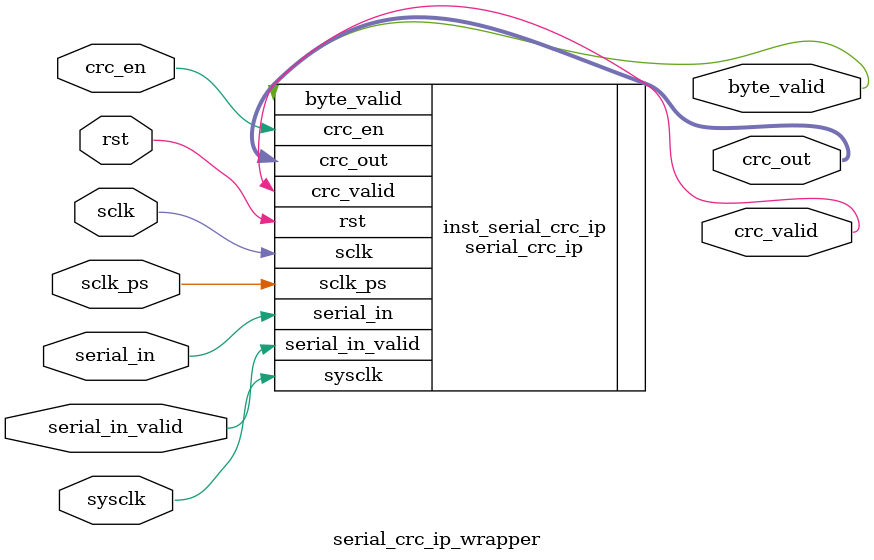
<source format=v>
`timescale 1ns / 1ps

module serial_crc_ip_wrapper #(
    // Parameters matching the IP configuration
    parameter SYNC_TO_SYSTEM_CLOCK = "Yes",
    parameter DATA_RATE_MODE = "SDR",
    parameter INPUT_SAMPLING_EDGE = "RISING",
    parameter [15:0] POLYNOMIAL = 16'h1021,
    parameter [15:0] INIT_VAL = 16'hFFFF,
    parameter XOR_OUT = "No",
    parameter ENABLE_FLOW_CONTROL = "No"
) (
    // Ports
    input  wire        sysclk,
    input  wire        sclk,
    input  wire        sclk_ps,
    input  wire        rst,
    input  wire        serial_in,
    input  wire        serial_in_valid,
    input  wire        crc_en,
    output wire [15:0] crc_out,
    output wire        crc_valid,
    output wire        byte_valid
);

    // Instantiation of the SystemVerilog module
    serial_crc_ip #(
        .SYNC_TO_SYSTEM_CLOCK(SYNC_TO_SYSTEM_CLOCK),
        .DATA_RATE_MODE(DATA_RATE_MODE),
        .INPUT_SAMPLING_EDGE(INPUT_SAMPLING_EDGE),
        .POLYNOMIAL(POLYNOMIAL),
        .INIT_VAL(INIT_VAL),
        .XOR_OUT(XOR_OUT),
        .ENABLE_FLOW_CONTROL(ENABLE_FLOW_CONTROL)
    ) inst_serial_crc_ip (
        .sysclk(sysclk),
        .sclk(sclk),
        .sclk_ps(sclk_ps),
        .rst(rst),
        .serial_in(serial_in),
        .serial_in_valid(serial_in_valid),
        .crc_en(crc_en),
        .crc_out(crc_out),
        .crc_valid(crc_valid),
        .byte_valid(byte_valid)
    );

endmodule
</source>
